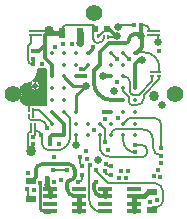
<source format=gbr>
G04 EasyPC Gerber Version 21.0.3 Build 4286 *
G04 #@! TF.Part,Single*
G04 #@! TF.FileFunction,Copper,L6,Bot *
G04 #@! TF.FilePolarity,Positive *
%FSLAX35Y35*%
%MOIN*%
G04 #@! TA.AperFunction,SMDPad*
%ADD25R,0.00787X0.01181*%
%ADD27R,0.01200X0.01200*%
%ADD29R,0.02000X0.02400*%
%ADD28R,0.02400X0.03500*%
G04 #@! TD.AperFunction*
%ADD75C,0.00300*%
%ADD71C,0.00400*%
%ADD76C,0.00500*%
%ADD18C,0.00600*%
%ADD74C,0.00700*%
%ADD17C,0.00800*%
%ADD19C,0.01000*%
%ADD16C,0.01100*%
%ADD70C,0.01200*%
G04 #@! TA.AperFunction,SMDPad*
%ADD20C,0.01378*%
G04 #@! TD.AperFunction*
%ADD72C,0.01400*%
%ADD78C,0.01600*%
G04 #@! TA.AperFunction,ViaPad*
%ADD12C,0.01700*%
G04 #@! TD.AperFunction*
%ADD77C,0.01800*%
G04 #@! TA.AperFunction,ViaPad*
%ADD14C,0.02000*%
G04 #@! TD.AperFunction*
%ADD73C,0.02200*%
G04 #@! TA.AperFunction,ViaPad*
%ADD13C,0.02600*%
%ADD15C,0.03400*%
G04 #@! TA.AperFunction,WasherPad*
%ADD11C,0.05500*%
G04 #@! TA.AperFunction,SMDPad*
%ADD26R,0.01181X0.00787*%
%ADD24R,0.01200X0.01200*%
%ADD22R,0.01831X0.01575*%
%ADD21R,0.04800X0.01600*%
%ADD23R,0.03500X0.02400*%
X0Y0D02*
D02*
D11*
X4784Y41250D03*
X31784Y68250D03*
X58784Y41250D03*
D02*
D12*
X9584Y9550D03*
X9784Y15050D03*
X11684Y51150D03*
X11984Y9150D03*
X13884Y11650D03*
X14284Y27550D03*
X14384Y51350D03*
X16084Y13250D03*
X16184Y29950D03*
X17084Y24550D03*
X18284Y15850D03*
X18384Y11950D03*
Y20150D03*
X18984Y57050D03*
X20084Y24550D03*
X20984Y12550D03*
X21484Y57850D03*
X24384D03*
X26584Y11950D03*
X27284Y20350D03*
X27584Y49450D03*
X28784Y47139D03*
X29084Y22290D03*
X29584Y19750D03*
X30684Y17750D03*
X31484Y56950D03*
X31784Y29350D03*
X32684Y11950D03*
X35084Y35328D03*
X35384Y25150D03*
X35484Y15650D03*
X35684Y32950D03*
X35784Y18050D03*
X36584Y22750D03*
X39584Y45250D03*
Y53050D03*
X39984Y33250D03*
X40084Y13150D03*
X40784Y15550D03*
X42584Y13150D03*
X43284Y15650D03*
X43484Y53050D03*
X45584Y21850D03*
Y24250D03*
X50684Y5350D03*
X51884Y14050D03*
X52884Y6050D03*
X53084Y15850D03*
X53384Y55550D03*
X53984Y13450D03*
X54284Y18250D03*
Y20750D03*
Y23189D03*
D02*
D13*
X25862Y24250D03*
X27284Y58150D03*
X29084Y44050D03*
X33084Y19150D03*
X34784Y47139D03*
X38384Y42250D03*
X39584Y60550D03*
X39884Y63550D03*
X47684Y60750D03*
X47784Y52750D03*
X53284Y58750D03*
X54584Y37450D03*
D02*
D14*
X12284Y44050D03*
D02*
D15*
X10784Y22150D03*
X16784Y62250D03*
X51884Y40750D03*
D02*
D16*
X11684Y53050D02*
Y51150D01*
X27584Y49450D02*
X28173D01*
X29799Y51076*
X31484Y56950D02*
Y56698D01*
X29799Y55013*
D02*
D17*
X10095Y35938D02*
Y41861D01*
G75*
G02X12284Y44050I2189*
G01*
X10784Y6150D02*
Y6050D01*
X9984*
Y9150*
G75*
G03X9584Y9550I-400*
G01*
X10796Y60961D02*
X10784Y58250D01*
X9784Y57250*
Y52850*
G75*
G03X11584Y51050I1800*
G01*
G75*
G03X11684Y51150J100*
G01*
X10796Y62339D02*
X13796D01*
X10884Y28838D02*
Y28650D01*
G75*
G03X9784Y27550J-1100*
G01*
Y22850*
G75*
G03X10484Y22150I700*
G01*
X10784*
X10884Y30938D02*
Y28838D01*
X11473Y35938D02*
X13484Y35950D01*
X17988Y31446*
Y31391*
X11473Y35938D02*
Y33862D01*
X11584Y24450D02*
Y22950D01*
G75*
G02X10784Y22150I-800*
G01*
X11584Y26850D02*
X11684D01*
G75*
G03X12284Y27450J600*
G01*
Y28828*
G75*
G03X12262Y28838I-16J-6*
G01*
X12984Y28850*
G75*
G02X14284Y27550J-1300*
G01*
X12262Y30938D02*
Y28838D01*
X13796Y60961D02*
X10796D01*
X13796Y62339D02*
X16695D01*
G75*
G02X16784Y62250J-89*
G01*
X13796Y62339D02*
X13984D01*
X17988Y31391D02*
Y31446D01*
X18284Y15850D02*
X22996D01*
X21925Y35328D02*
Y35209D01*
X23884Y33250*
Y26950*
G75*
G02X19384Y22450I-4500*
G01*
X17084*
G75*
G02X14384Y25150J2700*
G01*
Y27450*
G75*
G03X14284Y27550I-100*
G01*
X21925Y35328D02*
Y35609D01*
X25862Y27454D02*
Y24250D01*
X27284Y20350D02*
Y18113D01*
G75*
G03X27972Y17425I688*
G01*
Y14275D02*
Y13338D01*
G75*
G02X26584Y11950I-1388*
G01*
X31695Y60762D02*
Y62605D01*
G75*
G02X32184Y63094I489*
G01*
X31695Y60762D02*
Y59583D01*
G75*
G03X32984Y58294I1289*
G01*
X33239*
G75*
G03X35295Y60362I-6J2062*
G01*
X32184Y63094D02*
Y63350D01*
G75*
G03X31184Y64350I-1000*
G01*
X22684*
G75*
G03X21284Y62950J-1400*
G01*
Y61650*
X33073Y60762D02*
X33484Y60750D01*
X35084Y62350*
X35440*
X36184Y63094*
X35684Y2150D02*
X34084D01*
G75*
G02X30284Y5950J3800*
G01*
Y17350*
G75*
G02X30684Y17750I400*
G01*
X36673Y60362D02*
X39384Y60350D01*
G75*
G03X39584Y60550J200*
G01*
X37572Y14275D02*
X36859D01*
G75*
G02X35484Y15650J1375*
G01*
X37572Y17425D02*
X36409D01*
G75*
G02X35784Y18050J625*
G01*
X37673Y27454D02*
Y28139D01*
G75*
G02X38984Y29450I1311*
G01*
X48284*
G75*
G02X51484Y26250J-3200*
G01*
Y23550*
G75*
G03X54284Y20750I2800*
G01*
X37673Y55013D02*
Y54961D01*
X39584Y53050*
X40784Y63550D02*
X39884D01*
X41610Y27454D02*
Y25824D01*
G75*
G03X45584Y21850I3974*
G01*
X41610Y55013D02*
Y54924D01*
X43484Y53050*
X41625Y31391D02*
X43484Y33250D01*
X52184*
X45284Y64150D02*
X40484D01*
G75*
G03X39884Y63550J-600*
G01*
X45547Y55013D02*
X46047D01*
X47984Y60450D02*
X47684Y60750D01*
X50296Y61061D02*
X53296D01*
X50296Y62439D02*
X50284Y62750D01*
G75*
G03X48884Y64150I-1400*
G01*
X47684*
X50296Y62439D02*
X50384D01*
X51296Y48639D02*
X53696D01*
X53296Y61061D02*
X53284Y58750D01*
X53296Y62439D02*
X50296D01*
X53696Y48639D02*
X53684Y50050D01*
G75*
G03X48584Y55150I-5100*
G01*
X45684*
G75*
G03X45547Y55013J-137*
G01*
X54284Y23189D02*
Y31150D01*
G75*
G03X52184Y33250I-2100*
G01*
D02*
D18*
X10095Y33862D02*
Y33539D01*
G75*
G03X11084Y32550I989*
G01*
X13784*
G75*
G02X16184Y30150J-2400*
G01*
Y29950*
X15784Y49450D02*
X13084D01*
G75*
G02X13135Y48806I-4078J-646*
G01*
G75*
G02X11634Y45621I-4130J0*
G01*
G75*
G02X13984Y44050I650J-1571*
G01*
G75*
G02X10584I-1700*
G01*
G75*
G02X11047Y45216I1700*
G01*
G75*
G02X10484Y44950I-2041J3588*
G01*
G75*
G03X7464Y43422I-50J-3650*
G01*
G75*
G02X7387Y38986I-2680J-2172*
G01*
G75*
G03X10284Y37450I2897J1964*
G01*
X15784*
Y49450*
G36*
X13084*
G75*
G02X13135Y48806I-4078J-646*
G01*
G75*
G02X11634Y45621I-4130J0*
G01*
G75*
G02X13984Y44050I650J-1571*
G01*
G75*
G02X10584I-1700*
G01*
G75*
G02X11047Y45216I1700*
G01*
G75*
G02X10484Y44950I-2041J3588*
G01*
G75*
G03X7464Y43422I-50J-3650*
G01*
G75*
G02X7387Y38986I-2680J-2172*
G01*
G75*
G03X10284Y37450I2897J1964*
G01*
X15784*
Y49450*
G37*
X32596Y15850D02*
X32984D01*
Y15250*
X36584Y11650*
X51884*
G75*
G02X54984Y8550J-3100*
G01*
Y6050*
G75*
G02X52384Y3450I-2600*
G01*
X51284*
Y2650*
X33736Y27454D02*
Y23798D01*
G75*
G03X37184Y20350I3448*
G01*
X48284*
G75*
G03X49484Y21550J1200*
G01*
Y22750*
G75*
G03X47984Y24250I-1500*
G01*
X45284*
D02*
D19*
X13884Y11650D02*
Y3450D01*
G75*
G03X15284Y2050I1400*
G01*
X17184*
X21925Y47009D02*
X24884Y44050D01*
X29084*
X25862Y35328D02*
Y40828D01*
X29084Y44050*
D02*
D70*
X10784Y12150D02*
G75*
G03X12384Y13750J1600D01*
G01*
Y15650*
G75*
G02X14684Y17950I2300*
G01*
X23384*
G75*
G02X25484Y15850J-2100*
G01*
Y14050*
G75*
G02X23984Y12550I-1500*
G01*
G75*
G03X22984Y11550J-1000*
G01*
Y9650*
G75*
G03X25384Y7250I2400*
G01*
X26884*
X11684Y55450D02*
X13484D01*
X15584Y57550*
X17184Y2050D02*
X17284Y2150D01*
X35684Y7250D02*
X34184D01*
G75*
G02X31984Y9450J2200*
G01*
Y11250*
G75*
G02X32684Y11950I700*
G01*
X39584Y60550D02*
X39328D01*
X36784Y63094*
X36184*
X46047Y55013D02*
X47984Y56950D01*
X47684Y60750D02*
Y64150D01*
X47984Y56950D02*
Y60450D01*
D02*
D71*
X7334Y41250D02*
X8234D01*
X11484Y44050D02*
X10584D01*
X12284Y43250D02*
Y42350D01*
Y44850D02*
Y45750D01*
X13084Y44050D02*
X13984D01*
D02*
D20*
X17988Y27454D03*
Y31391D03*
Y35328D03*
Y39265D03*
Y43202D03*
Y47139D03*
Y51076D03*
Y55013D03*
X21925Y27454D03*
Y31391D03*
Y35328D03*
Y39265D03*
Y43202D03*
Y47139D03*
Y51076D03*
Y55013D03*
X25862Y27454D03*
Y31391D03*
Y35328D03*
Y47139D03*
Y51076D03*
Y55013D03*
X29799Y27454D03*
Y31391D03*
Y51076D03*
Y55013D03*
X33736Y27454D03*
Y31391D03*
Y51076D03*
Y55013D03*
X37673Y27454D03*
Y31391D03*
Y35328D03*
Y47139D03*
Y51076D03*
Y55013D03*
X41610Y27454D03*
Y31391D03*
Y35328D03*
Y39265D03*
Y43202D03*
Y47139D03*
Y51076D03*
Y55013D03*
X45547Y27454D03*
Y31391D03*
Y35328D03*
Y39265D03*
Y43202D03*
Y47139D03*
Y51076D03*
Y55013D03*
D02*
D21*
X17284Y2150D03*
Y4650D03*
Y7250D03*
Y9750D03*
X26884Y2150D03*
Y4650D03*
Y7250D03*
Y9750D03*
X35684Y2150D03*
Y4650D03*
Y7250D03*
Y9750D03*
X45284Y2150D03*
Y4650D03*
Y7250D03*
Y9750D03*
D02*
D22*
X22996Y15850D03*
X27972Y14275D03*
Y17425D03*
X32596Y15850D03*
X37572Y14275D03*
Y17425D03*
D02*
D23*
X10784Y6150D03*
Y12150D03*
X51284Y2650D03*
Y8650D03*
D02*
D24*
X45284Y64150D03*
X47684D03*
D02*
D25*
X10095Y33862D03*
Y35938D03*
X10884Y28838D03*
Y30938D03*
X11473Y33862D03*
Y35938D03*
X12262Y28838D03*
Y30938D03*
X31695Y60762D03*
X33073D03*
X35295Y60362D03*
X36673D03*
D02*
D26*
X10796Y60961D03*
Y62339D03*
X13796Y60961D03*
Y62339D03*
X50296Y61061D03*
Y62439D03*
X51296Y47261D03*
Y48639D03*
X53296Y61061D03*
Y62439D03*
X53696Y47261D03*
Y48639D03*
D02*
D27*
X11584Y24450D03*
Y26850D03*
X11684Y53050D03*
Y55450D03*
D02*
D28*
X21284Y61650D03*
X27284D03*
D02*
D29*
X32184Y63094D03*
X36184D03*
D02*
D72*
X15584Y57550D02*
Y61050D01*
X16784Y62250*
X17084Y24550D02*
Y26550D01*
G75*
G02X17988Y27454I904*
G01*
X17284Y61750D02*
X16784Y62250D01*
X17988Y35328D02*
X21925Y31391D01*
X17988Y47139D02*
Y51076D01*
X17858*
X15584Y53350*
Y57550*
X21925Y27454D02*
X17988D01*
X21925Y31391D02*
Y27454D01*
X25862Y47139D02*
X28784D01*
X33736Y51076D02*
Y55013D01*
Y55202*
X36784Y58250*
X42384*
G75*
G03X43484Y59350J1100*
G01*
G75*
G02X45284Y61150I1800*
G01*
X47284*
G75*
G02X47684Y60750J-400*
G01*
X37673Y35328D02*
X35084D01*
X37673Y47139D02*
X34784D01*
X41610Y39265D02*
X37769D01*
G75*
G02X31784Y45250J5985*
G01*
Y49124*
X33736Y51076*
X45547Y43202D02*
Y47139D01*
Y51076D02*
Y51250D01*
X47347Y53050*
X47784*
Y52750*
X45547Y51076D02*
Y47139D01*
D02*
D73*
X27284Y61650D02*
Y58150D01*
D02*
D74*
X21925Y47139D02*
Y47009D01*
D02*
D75*
X41610Y55013D02*
Y55576D01*
Y55013D02*
Y55576D01*
X45284Y24250D02*
G75*
G03X45584I150J150D01*
G01*
D02*
D76*
X33736Y31391D02*
Y31298D01*
X35384Y29650*
Y25150*
X41610Y27454D02*
Y27476D01*
Y31391D02*
X41625D01*
X41610Y43202D02*
Y42954D01*
X41384Y42728*
Y42250*
X43484Y40150*
Y38950*
G75*
G03X44984Y37450I1500*
G01*
X45884*
G75*
G03X48584Y40150J2700*
G01*
Y41050*
X53684Y46150*
X53696Y47261*
X41610Y47139D02*
Y47124D01*
X41984*
G75*
G02X43784Y45324J-1800*
G01*
Y42250*
G75*
G03X44984Y41050I1200*
G01*
X46784*
X51284Y45550*
X51296Y47261*
D02*
D77*
X21284Y61650D02*
X17384D01*
G75*
G02X16784Y62250J600*
G01*
X51284Y8650D02*
X49984D01*
X48684Y7350*
X45384*
X45284Y7250*
D02*
D78*
X17284Y9750D02*
G75*
G02X16084Y10950J1200D01*
G01*
Y13250*
X17284Y9750D02*
Y7250D01*
X26884Y2150D02*
Y4650D01*
Y7250*
X35684Y9750D02*
Y7250D01*
X45284Y2150D02*
Y4650D01*
Y7250*
X0Y0D02*
M02*

</source>
